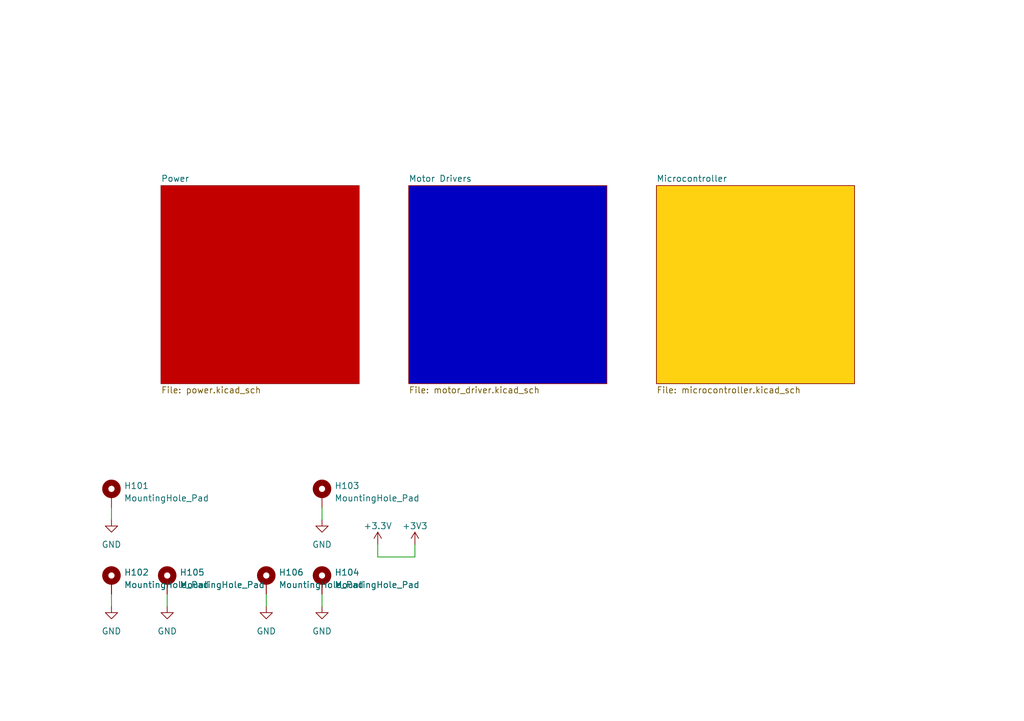
<source format=kicad_sch>
(kicad_sch (version 20230121) (generator eeschema)
  (paper "A5")
  (lib_symbols
    (symbol "Mechanical:MountingHole_Pad" (pin_numbers hide) (pin_names (offset 1.016) hide)
      (property "Reference" "H" (at 0 6.35 0))
      (property "Value" "MountingHole_Pad" (at 0 4.445 0))
      (symbol "MountingHole_Pad_0_1"
        (circle (center 0 1.27) (radius 1.27) (stroke (width 1.27)))
      )
      (symbol "MountingHole_Pad_1_1"
        (pin input line (at 0 -2.54 90) (length 2.54) (name "1") (number "1"))
      )
    )
    (symbol "power:+3.3V" (power) (pin_names (offset 0))
      (property "Value" "+3.3V" (at 0 3.556 0))
      (symbol "+3.3V_0_1"
        (polyline (pts (xy -0.762 1.27) (xy 0 2.54)))
        (polyline (pts (xy 0 0) (xy 0 2.54)))
        (polyline (pts (xy 0 2.54) (xy 0.762 1.27)))
      )
      (symbol "+3.3V_1_1"
        (pin power_in line (at 0 0 90) (length 0) hide (name "+3.3V") (number "1"))
      )
    )
    (symbol "power:+3V3" (power) (pin_names (offset 0))
      (property "Value" "+3V3" (at 0 3.556 0))
      (symbol "+3V3_0_1"
        (polyline (pts (xy -0.762 1.27) (xy 0 2.54)))
        (polyline (pts (xy 0 0) (xy 0 2.54)))
        (polyline (pts (xy 0 2.54) (xy 0.762 1.27)))
      )
      (symbol "+3V3_1_1"
        (pin power_in line (at 0 0 90) (length 0) hide (name "+3V3") (number "1"))
      )
    )
    (symbol "power:GND" (power) (pin_names (offset 0))
      (property "Value" "GND" (at 0 -3.81 0))
      (symbol "GND_0_1"
        (polyline (pts (xy 0 0) (xy 0 -1.27) (xy 1.27 -1.27) (xy 0 -2.54) (xy -1.27 -1.27) (xy 0 -1.27)))
      )
      (symbol "GND_1_1"
        (pin power_in line (at 0 0 270) (length 0) hide (name "GND") (number "1"))
      )
    )
  )
  (wire (pts (xy 34.29 124.46) (xy 34.29 121.92)))
  (wire (pts (xy 85.09 114.3) (xy 77.47 114.3)))
  (wire (pts (xy 22.86 106.68) (xy 22.86 104.14)))
  (wire (pts (xy 85.09 111.76) (xy 85.09 114.3)))
  (wire (pts (xy 77.47 114.3) (xy 77.47 111.76)))
  (wire (pts (xy 54.61 124.46) (xy 54.61 121.92)))
  (wire (pts (xy 66.04 106.68) (xy 66.04 104.14)))
  (wire (pts (xy 22.86 124.46) (xy 22.86 121.92)))
  (wire (pts (xy 66.04 124.46) (xy 66.04 121.92)))
  (symbol (lib_id "Mechanical:MountingHole_Pad") (at 54.61 119.38 0) (unit 1)
    (property "Reference" "H106" (at 57.15 117.475 0) (effects (justify left)))
    (property "Value" "MountingHole_Pad" (at 57.15 120.015 0) (effects (justify left)))
    (property "Footprint" "MountingHole:MountingHole_3.2mm_M3_DIN965_Pad" (effects hide))
  )
  (symbol (lib_id "Mechanical:MountingHole_Pad") (at 66.04 119.38 0) (unit 1)
    (property "Reference" "H104" (at 68.58 117.475 0) (effects (justify left)))
    (property "Value" "MountingHole_Pad" (at 68.58 120.015 0) (effects (justify left)))
    (property "Footprint" "MountingHole:MountingHole_3.2mm_M3_DIN965_Pad" (effects hide))
  )
  (symbol (lib_id "power:GND") (at 66.04 124.46 0) (unit 1)
    (property "Reference" "#PWR0104" (effects hide))
    (property "Value" "GND" (at 66.04 129.54 0))
  )
  (symbol (lib_id "power:+3V3") (at 85.09 111.76 0) (unit 1)
    (property "Reference" "#PWR0108" (effects hide))
    (property "Value" "+3V3" (at 85.09 107.95 0))
  )
  (symbol (lib_id "Mechanical:MountingHole_Pad") (at 22.86 119.38 0) (unit 1)
    (property "Reference" "H102" (at 25.4 117.475 0) (effects (justify left)))
    (property "Value" "MountingHole_Pad" (at 25.4 120.015 0) (effects (justify left)))
    (property "Footprint" "MountingHole:MountingHole_3.2mm_M3_DIN965_Pad" (effects hide))
  )
  (symbol (lib_id "power:GND") (at 66.04 106.68 0) (unit 1)
    (property "Reference" "#PWR0103" (effects hide))
    (property "Value" "GND" (at 66.04 111.76 0))
  )
  (symbol (lib_id "Mechanical:MountingHole_Pad") (at 66.04 101.6 0) (unit 1)
    (property "Reference" "H103" (at 68.58 99.695 0) (effects (justify left)))
    (property "Value" "MountingHole_Pad" (at 68.58 102.235 0) (effects (justify left)))
    (property "Footprint" "MountingHole:MountingHole_3.2mm_M3_DIN965_Pad" (effects hide))
  )
  (symbol (lib_id "power:GND") (at 54.61 124.46 0) (unit 1)
    (property "Reference" "#PWR0106" (effects hide))
    (property "Value" "GND" (at 54.61 129.54 0))
  )
  (symbol (lib_id "power:+3.3V") (at 77.47 111.76 0) (unit 1)
    (property "Reference" "#PWR0107" (effects hide))
    (property "Value" "+3.3V" (at 77.47 107.95 0))
  )
  (symbol (lib_id "Mechanical:MountingHole_Pad") (at 34.29 119.38 0) (unit 1)
    (property "Reference" "H105" (at 36.83 117.475 0) (effects (justify left)))
    (property "Value" "MountingHole_Pad" (at 36.83 120.015 0) (effects (justify left)))
    (property "Footprint" "MountingHole:MountingHole_3.2mm_M3_DIN965_Pad" (effects hide))
  )
  (symbol (lib_id "power:GND") (at 34.29 124.46 0) (unit 1)
    (property "Reference" "#PWR0105" (effects hide))
    (property "Value" "GND" (at 34.29 129.54 0))
  )
  (symbol (lib_id "Mechanical:MountingHole_Pad") (at 22.86 101.6 0) (unit 1)
    (property "Reference" "H101" (at 25.4 99.695 0) (effects (justify left)))
    (property "Value" "MountingHole_Pad" (at 25.4 102.235 0) (effects (justify left)))
    (property "Footprint" "MountingHole:MountingHole_3.2mm_M3_DIN965_Pad" (effects hide))
  )
  (symbol (lib_id "power:GND") (at 22.86 106.68 0) (unit 1)
    (property "Reference" "#PWR0101" (effects hide))
    (property "Value" "GND" (at 22.86 111.76 0))
  )
  (symbol (lib_id "power:GND") (at 22.86 124.46 0) (unit 1)
    (property "Reference" "#PWR0102" (effects hide))
    (property "Value" "GND" (at 22.86 129.54 0))
  )
  (sheet (at 33.02 38.1) (size 40.64 40.64) (stroke (width 0.1524)) (fill (color 194 0 0 1.0000))
    (property "Sheetname" "Power" (at 33.02 37.3884 0) (effects (justify left bottom)))
    (property "Sheetfile" "power.kicad_sch" (at 33.02 79.3246 0) (effects (justify left top)))
  )
  (sheet (at 134.62 38.1) (size 40.64 40.64) (stroke (width 0.1524)) (fill (color 254 210 17 1.0000))
    (property "Sheetname" "Microcontroller" (at 134.62 37.3884 0) (effects (justify left bottom)))
    (property "Sheetfile" "microcontroller.kicad_sch" (at 134.62 79.3246 0) (effects (justify left top)))
  )
  (sheet (at 83.82 38.1) (size 40.64 40.64) (stroke (width 0.1524)) (fill (color 0 0 194 1.0000))
    (property "Sheetname" "Motor Drivers" (at 83.82 37.3884 0) (effects (justify left bottom)))
    (property "Sheetfile" "motor_driver.kicad_sch" (at 83.82 79.3246 0) (effects (justify left top)))
  )
)
</source>
